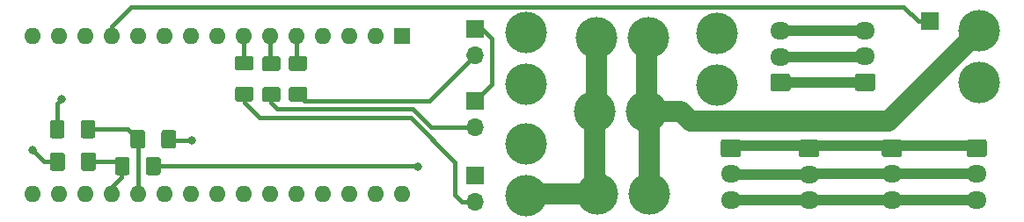
<source format=gbr>
G04 #@! TF.GenerationSoftware,KiCad,Pcbnew,(5.1.2)-2*
G04 #@! TF.CreationDate,2020-01-25T22:11:55+00:00*
G04 #@! TF.ProjectId,rowing_steerting,726f7769-6e67-45f7-9374-65657274696e,rev?*
G04 #@! TF.SameCoordinates,Original*
G04 #@! TF.FileFunction,Copper,L1,Top*
G04 #@! TF.FilePolarity,Positive*
%FSLAX46Y46*%
G04 Gerber Fmt 4.6, Leading zero omitted, Abs format (unit mm)*
G04 Created by KiCad (PCBNEW (5.1.2)-2) date 2020-01-25 22:11:55*
%MOMM*%
%LPD*%
G04 APERTURE LIST*
%ADD10R,1.600000X1.600000*%
%ADD11O,1.600000X1.600000*%
%ADD12C,4.000000*%
%ADD13O,1.950000X1.700000*%
%ADD14C,0.100000*%
%ADD15C,1.700000*%
%ADD16R,1.700000X1.700000*%
%ADD17C,1.425000*%
%ADD18O,1.700000X1.700000*%
%ADD19C,0.800000*%
%ADD20C,0.400000*%
%ADD21C,2.000000*%
%ADD22C,0.300000*%
%ADD23C,1.000000*%
G04 APERTURE END LIST*
D10*
X41079420Y-3289300D03*
D11*
X8059420Y-18529300D03*
X38539420Y-3289300D03*
X10599420Y-18529300D03*
X35999420Y-3289300D03*
X13139420Y-18529300D03*
X33459420Y-3289300D03*
X15679420Y-18529300D03*
X30919420Y-3289300D03*
X18219420Y-18529300D03*
X28379420Y-3289300D03*
X20759420Y-18529300D03*
X25839420Y-3289300D03*
X23299420Y-18529300D03*
X23299420Y-3289300D03*
X25839420Y-18529300D03*
X20759420Y-3289300D03*
X28379420Y-18529300D03*
X18219420Y-3289300D03*
X30919420Y-18529300D03*
X15679420Y-3289300D03*
X33459420Y-18529300D03*
X13139420Y-3289300D03*
X35999420Y-18529300D03*
X10599420Y-3289300D03*
X38539420Y-18529300D03*
X8059420Y-3289300D03*
X41079420Y-18529300D03*
X5519420Y-3289300D03*
X5519420Y-18529300D03*
D12*
X71356220Y-3024500D03*
X71356220Y-8024500D03*
X64874780Y-18559780D03*
X59874780Y-18559780D03*
X59592840Y-10612120D03*
X64592840Y-10612120D03*
X64745240Y-3431540D03*
X59745240Y-3431540D03*
X96608900Y-2798440D03*
X96608900Y-7798440D03*
D13*
X77472540Y-2795260D03*
X77472540Y-5295260D03*
D14*
G36*
X78222044Y-6946464D02*
G01*
X78246313Y-6950064D01*
X78270111Y-6956025D01*
X78293211Y-6964290D01*
X78315389Y-6974780D01*
X78336433Y-6987393D01*
X78356138Y-7002007D01*
X78374317Y-7018483D01*
X78390793Y-7036662D01*
X78405407Y-7056367D01*
X78418020Y-7077411D01*
X78428510Y-7099589D01*
X78436775Y-7122689D01*
X78442736Y-7146487D01*
X78446336Y-7170756D01*
X78447540Y-7195260D01*
X78447540Y-8395260D01*
X78446336Y-8419764D01*
X78442736Y-8444033D01*
X78436775Y-8467831D01*
X78428510Y-8490931D01*
X78418020Y-8513109D01*
X78405407Y-8534153D01*
X78390793Y-8553858D01*
X78374317Y-8572037D01*
X78356138Y-8588513D01*
X78336433Y-8603127D01*
X78315389Y-8615740D01*
X78293211Y-8626230D01*
X78270111Y-8634495D01*
X78246313Y-8640456D01*
X78222044Y-8644056D01*
X78197540Y-8645260D01*
X76747540Y-8645260D01*
X76723036Y-8644056D01*
X76698767Y-8640456D01*
X76674969Y-8634495D01*
X76651869Y-8626230D01*
X76629691Y-8615740D01*
X76608647Y-8603127D01*
X76588942Y-8588513D01*
X76570763Y-8572037D01*
X76554287Y-8553858D01*
X76539673Y-8534153D01*
X76527060Y-8513109D01*
X76516570Y-8490931D01*
X76508305Y-8467831D01*
X76502344Y-8444033D01*
X76498744Y-8419764D01*
X76497540Y-8395260D01*
X76497540Y-7195260D01*
X76498744Y-7170756D01*
X76502344Y-7146487D01*
X76508305Y-7122689D01*
X76516570Y-7099589D01*
X76527060Y-7077411D01*
X76539673Y-7056367D01*
X76554287Y-7036662D01*
X76570763Y-7018483D01*
X76588942Y-7002007D01*
X76608647Y-6987393D01*
X76629691Y-6974780D01*
X76651869Y-6964290D01*
X76674969Y-6956025D01*
X76698767Y-6950064D01*
X76723036Y-6946464D01*
X76747540Y-6945260D01*
X78197540Y-6945260D01*
X78222044Y-6946464D01*
X78222044Y-6946464D01*
G37*
D15*
X77472540Y-7795260D03*
D14*
G36*
X88968784Y-13273604D02*
G01*
X88993053Y-13277204D01*
X89016851Y-13283165D01*
X89039951Y-13291430D01*
X89062129Y-13301920D01*
X89083173Y-13314533D01*
X89102878Y-13329147D01*
X89121057Y-13345623D01*
X89137533Y-13363802D01*
X89152147Y-13383507D01*
X89164760Y-13404551D01*
X89175250Y-13426729D01*
X89183515Y-13449829D01*
X89189476Y-13473627D01*
X89193076Y-13497896D01*
X89194280Y-13522400D01*
X89194280Y-14722400D01*
X89193076Y-14746904D01*
X89189476Y-14771173D01*
X89183515Y-14794971D01*
X89175250Y-14818071D01*
X89164760Y-14840249D01*
X89152147Y-14861293D01*
X89137533Y-14880998D01*
X89121057Y-14899177D01*
X89102878Y-14915653D01*
X89083173Y-14930267D01*
X89062129Y-14942880D01*
X89039951Y-14953370D01*
X89016851Y-14961635D01*
X88993053Y-14967596D01*
X88968784Y-14971196D01*
X88944280Y-14972400D01*
X87494280Y-14972400D01*
X87469776Y-14971196D01*
X87445507Y-14967596D01*
X87421709Y-14961635D01*
X87398609Y-14953370D01*
X87376431Y-14942880D01*
X87355387Y-14930267D01*
X87335682Y-14915653D01*
X87317503Y-14899177D01*
X87301027Y-14880998D01*
X87286413Y-14861293D01*
X87273800Y-14840249D01*
X87263310Y-14818071D01*
X87255045Y-14794971D01*
X87249084Y-14771173D01*
X87245484Y-14746904D01*
X87244280Y-14722400D01*
X87244280Y-13522400D01*
X87245484Y-13497896D01*
X87249084Y-13473627D01*
X87255045Y-13449829D01*
X87263310Y-13426729D01*
X87273800Y-13404551D01*
X87286413Y-13383507D01*
X87301027Y-13363802D01*
X87317503Y-13345623D01*
X87335682Y-13329147D01*
X87355387Y-13314533D01*
X87376431Y-13301920D01*
X87398609Y-13291430D01*
X87421709Y-13283165D01*
X87445507Y-13277204D01*
X87469776Y-13273604D01*
X87494280Y-13272400D01*
X88944280Y-13272400D01*
X88968784Y-13273604D01*
X88968784Y-13273604D01*
G37*
D15*
X88219280Y-14122400D03*
D13*
X88219280Y-16622400D03*
X88219280Y-19122400D03*
D14*
G36*
X86375444Y-6910904D02*
G01*
X86399713Y-6914504D01*
X86423511Y-6920465D01*
X86446611Y-6928730D01*
X86468789Y-6939220D01*
X86489833Y-6951833D01*
X86509538Y-6966447D01*
X86527717Y-6982923D01*
X86544193Y-7001102D01*
X86558807Y-7020807D01*
X86571420Y-7041851D01*
X86581910Y-7064029D01*
X86590175Y-7087129D01*
X86596136Y-7110927D01*
X86599736Y-7135196D01*
X86600940Y-7159700D01*
X86600940Y-8359700D01*
X86599736Y-8384204D01*
X86596136Y-8408473D01*
X86590175Y-8432271D01*
X86581910Y-8455371D01*
X86571420Y-8477549D01*
X86558807Y-8498593D01*
X86544193Y-8518298D01*
X86527717Y-8536477D01*
X86509538Y-8552953D01*
X86489833Y-8567567D01*
X86468789Y-8580180D01*
X86446611Y-8590670D01*
X86423511Y-8598935D01*
X86399713Y-8604896D01*
X86375444Y-8608496D01*
X86350940Y-8609700D01*
X84900940Y-8609700D01*
X84876436Y-8608496D01*
X84852167Y-8604896D01*
X84828369Y-8598935D01*
X84805269Y-8590670D01*
X84783091Y-8580180D01*
X84762047Y-8567567D01*
X84742342Y-8552953D01*
X84724163Y-8536477D01*
X84707687Y-8518298D01*
X84693073Y-8498593D01*
X84680460Y-8477549D01*
X84669970Y-8455371D01*
X84661705Y-8432271D01*
X84655744Y-8408473D01*
X84652144Y-8384204D01*
X84650940Y-8359700D01*
X84650940Y-7159700D01*
X84652144Y-7135196D01*
X84655744Y-7110927D01*
X84661705Y-7087129D01*
X84669970Y-7064029D01*
X84680460Y-7041851D01*
X84693073Y-7020807D01*
X84707687Y-7001102D01*
X84724163Y-6982923D01*
X84742342Y-6966447D01*
X84762047Y-6951833D01*
X84783091Y-6939220D01*
X84805269Y-6928730D01*
X84828369Y-6920465D01*
X84852167Y-6914504D01*
X84876436Y-6910904D01*
X84900940Y-6909700D01*
X86350940Y-6909700D01*
X86375444Y-6910904D01*
X86375444Y-6910904D01*
G37*
D15*
X85625940Y-7759700D03*
D13*
X85625940Y-5259700D03*
X85625940Y-2759700D03*
X72702420Y-19132560D03*
X72702420Y-16632560D03*
D14*
G36*
X73451924Y-13283764D02*
G01*
X73476193Y-13287364D01*
X73499991Y-13293325D01*
X73523091Y-13301590D01*
X73545269Y-13312080D01*
X73566313Y-13324693D01*
X73586018Y-13339307D01*
X73604197Y-13355783D01*
X73620673Y-13373962D01*
X73635287Y-13393667D01*
X73647900Y-13414711D01*
X73658390Y-13436889D01*
X73666655Y-13459989D01*
X73672616Y-13483787D01*
X73676216Y-13508056D01*
X73677420Y-13532560D01*
X73677420Y-14732560D01*
X73676216Y-14757064D01*
X73672616Y-14781333D01*
X73666655Y-14805131D01*
X73658390Y-14828231D01*
X73647900Y-14850409D01*
X73635287Y-14871453D01*
X73620673Y-14891158D01*
X73604197Y-14909337D01*
X73586018Y-14925813D01*
X73566313Y-14940427D01*
X73545269Y-14953040D01*
X73523091Y-14963530D01*
X73499991Y-14971795D01*
X73476193Y-14977756D01*
X73451924Y-14981356D01*
X73427420Y-14982560D01*
X71977420Y-14982560D01*
X71952916Y-14981356D01*
X71928647Y-14977756D01*
X71904849Y-14971795D01*
X71881749Y-14963530D01*
X71859571Y-14953040D01*
X71838527Y-14940427D01*
X71818822Y-14925813D01*
X71800643Y-14909337D01*
X71784167Y-14891158D01*
X71769553Y-14871453D01*
X71756940Y-14850409D01*
X71746450Y-14828231D01*
X71738185Y-14805131D01*
X71732224Y-14781333D01*
X71728624Y-14757064D01*
X71727420Y-14732560D01*
X71727420Y-13532560D01*
X71728624Y-13508056D01*
X71732224Y-13483787D01*
X71738185Y-13459989D01*
X71746450Y-13436889D01*
X71756940Y-13414711D01*
X71769553Y-13393667D01*
X71784167Y-13373962D01*
X71800643Y-13355783D01*
X71818822Y-13339307D01*
X71838527Y-13324693D01*
X71859571Y-13312080D01*
X71881749Y-13301590D01*
X71904849Y-13293325D01*
X71928647Y-13287364D01*
X71952916Y-13283764D01*
X71977420Y-13282560D01*
X73427420Y-13282560D01*
X73451924Y-13283764D01*
X73451924Y-13283764D01*
G37*
D15*
X72702420Y-14132560D03*
D14*
G36*
X80993184Y-13309164D02*
G01*
X81017453Y-13312764D01*
X81041251Y-13318725D01*
X81064351Y-13326990D01*
X81086529Y-13337480D01*
X81107573Y-13350093D01*
X81127278Y-13364707D01*
X81145457Y-13381183D01*
X81161933Y-13399362D01*
X81176547Y-13419067D01*
X81189160Y-13440111D01*
X81199650Y-13462289D01*
X81207915Y-13485389D01*
X81213876Y-13509187D01*
X81217476Y-13533456D01*
X81218680Y-13557960D01*
X81218680Y-14757960D01*
X81217476Y-14782464D01*
X81213876Y-14806733D01*
X81207915Y-14830531D01*
X81199650Y-14853631D01*
X81189160Y-14875809D01*
X81176547Y-14896853D01*
X81161933Y-14916558D01*
X81145457Y-14934737D01*
X81127278Y-14951213D01*
X81107573Y-14965827D01*
X81086529Y-14978440D01*
X81064351Y-14988930D01*
X81041251Y-14997195D01*
X81017453Y-15003156D01*
X80993184Y-15006756D01*
X80968680Y-15007960D01*
X79518680Y-15007960D01*
X79494176Y-15006756D01*
X79469907Y-15003156D01*
X79446109Y-14997195D01*
X79423009Y-14988930D01*
X79400831Y-14978440D01*
X79379787Y-14965827D01*
X79360082Y-14951213D01*
X79341903Y-14934737D01*
X79325427Y-14916558D01*
X79310813Y-14896853D01*
X79298200Y-14875809D01*
X79287710Y-14853631D01*
X79279445Y-14830531D01*
X79273484Y-14806733D01*
X79269884Y-14782464D01*
X79268680Y-14757960D01*
X79268680Y-13557960D01*
X79269884Y-13533456D01*
X79273484Y-13509187D01*
X79279445Y-13485389D01*
X79287710Y-13462289D01*
X79298200Y-13440111D01*
X79310813Y-13419067D01*
X79325427Y-13399362D01*
X79341903Y-13381183D01*
X79360082Y-13364707D01*
X79379787Y-13350093D01*
X79400831Y-13337480D01*
X79423009Y-13326990D01*
X79446109Y-13318725D01*
X79469907Y-13312764D01*
X79494176Y-13309164D01*
X79518680Y-13307960D01*
X80968680Y-13307960D01*
X80993184Y-13309164D01*
X80993184Y-13309164D01*
G37*
D15*
X80243680Y-14157960D03*
D13*
X80243680Y-16657960D03*
X80243680Y-19157960D03*
X96372680Y-19122400D03*
X96372680Y-16622400D03*
D14*
G36*
X97122184Y-13273604D02*
G01*
X97146453Y-13277204D01*
X97170251Y-13283165D01*
X97193351Y-13291430D01*
X97215529Y-13301920D01*
X97236573Y-13314533D01*
X97256278Y-13329147D01*
X97274457Y-13345623D01*
X97290933Y-13363802D01*
X97305547Y-13383507D01*
X97318160Y-13404551D01*
X97328650Y-13426729D01*
X97336915Y-13449829D01*
X97342876Y-13473627D01*
X97346476Y-13497896D01*
X97347680Y-13522400D01*
X97347680Y-14722400D01*
X97346476Y-14746904D01*
X97342876Y-14771173D01*
X97336915Y-14794971D01*
X97328650Y-14818071D01*
X97318160Y-14840249D01*
X97305547Y-14861293D01*
X97290933Y-14880998D01*
X97274457Y-14899177D01*
X97256278Y-14915653D01*
X97236573Y-14930267D01*
X97215529Y-14942880D01*
X97193351Y-14953370D01*
X97170251Y-14961635D01*
X97146453Y-14967596D01*
X97122184Y-14971196D01*
X97097680Y-14972400D01*
X95647680Y-14972400D01*
X95623176Y-14971196D01*
X95598907Y-14967596D01*
X95575109Y-14961635D01*
X95552009Y-14953370D01*
X95529831Y-14942880D01*
X95508787Y-14930267D01*
X95489082Y-14915653D01*
X95470903Y-14899177D01*
X95454427Y-14880998D01*
X95439813Y-14861293D01*
X95427200Y-14840249D01*
X95416710Y-14818071D01*
X95408445Y-14794971D01*
X95402484Y-14771173D01*
X95398884Y-14746904D01*
X95397680Y-14722400D01*
X95397680Y-13522400D01*
X95398884Y-13497896D01*
X95402484Y-13473627D01*
X95408445Y-13449829D01*
X95416710Y-13426729D01*
X95427200Y-13404551D01*
X95439813Y-13383507D01*
X95454427Y-13363802D01*
X95470903Y-13345623D01*
X95489082Y-13329147D01*
X95508787Y-13314533D01*
X95529831Y-13301920D01*
X95552009Y-13291430D01*
X95575109Y-13283165D01*
X95598907Y-13277204D01*
X95623176Y-13273604D01*
X95647680Y-13272400D01*
X97097680Y-13272400D01*
X97122184Y-13273604D01*
X97122184Y-13273604D01*
G37*
D15*
X96372680Y-14122400D03*
D16*
X91889580Y-1894840D03*
D14*
G36*
X19099184Y-12390084D02*
G01*
X19123453Y-12393684D01*
X19147251Y-12399645D01*
X19170351Y-12407910D01*
X19192529Y-12418400D01*
X19213573Y-12431013D01*
X19233278Y-12445627D01*
X19251457Y-12462103D01*
X19267933Y-12480282D01*
X19282547Y-12499987D01*
X19295160Y-12521031D01*
X19305650Y-12543209D01*
X19313915Y-12566309D01*
X19319876Y-12590107D01*
X19323476Y-12614376D01*
X19324680Y-12638880D01*
X19324680Y-13888880D01*
X19323476Y-13913384D01*
X19319876Y-13937653D01*
X19313915Y-13961451D01*
X19305650Y-13984551D01*
X19295160Y-14006729D01*
X19282547Y-14027773D01*
X19267933Y-14047478D01*
X19251457Y-14065657D01*
X19233278Y-14082133D01*
X19213573Y-14096747D01*
X19192529Y-14109360D01*
X19170351Y-14119850D01*
X19147251Y-14128115D01*
X19123453Y-14134076D01*
X19099184Y-14137676D01*
X19074680Y-14138880D01*
X18149680Y-14138880D01*
X18125176Y-14137676D01*
X18100907Y-14134076D01*
X18077109Y-14128115D01*
X18054009Y-14119850D01*
X18031831Y-14109360D01*
X18010787Y-14096747D01*
X17991082Y-14082133D01*
X17972903Y-14065657D01*
X17956427Y-14047478D01*
X17941813Y-14027773D01*
X17929200Y-14006729D01*
X17918710Y-13984551D01*
X17910445Y-13961451D01*
X17904484Y-13937653D01*
X17900884Y-13913384D01*
X17899680Y-13888880D01*
X17899680Y-12638880D01*
X17900884Y-12614376D01*
X17904484Y-12590107D01*
X17910445Y-12566309D01*
X17918710Y-12543209D01*
X17929200Y-12521031D01*
X17941813Y-12499987D01*
X17956427Y-12480282D01*
X17972903Y-12462103D01*
X17991082Y-12445627D01*
X18010787Y-12431013D01*
X18031831Y-12418400D01*
X18054009Y-12407910D01*
X18077109Y-12399645D01*
X18100907Y-12393684D01*
X18125176Y-12390084D01*
X18149680Y-12388880D01*
X19074680Y-12388880D01*
X19099184Y-12390084D01*
X19099184Y-12390084D01*
G37*
D17*
X18612180Y-13263880D03*
D14*
G36*
X16124184Y-12390084D02*
G01*
X16148453Y-12393684D01*
X16172251Y-12399645D01*
X16195351Y-12407910D01*
X16217529Y-12418400D01*
X16238573Y-12431013D01*
X16258278Y-12445627D01*
X16276457Y-12462103D01*
X16292933Y-12480282D01*
X16307547Y-12499987D01*
X16320160Y-12521031D01*
X16330650Y-12543209D01*
X16338915Y-12566309D01*
X16344876Y-12590107D01*
X16348476Y-12614376D01*
X16349680Y-12638880D01*
X16349680Y-13888880D01*
X16348476Y-13913384D01*
X16344876Y-13937653D01*
X16338915Y-13961451D01*
X16330650Y-13984551D01*
X16320160Y-14006729D01*
X16307547Y-14027773D01*
X16292933Y-14047478D01*
X16276457Y-14065657D01*
X16258278Y-14082133D01*
X16238573Y-14096747D01*
X16217529Y-14109360D01*
X16195351Y-14119850D01*
X16172251Y-14128115D01*
X16148453Y-14134076D01*
X16124184Y-14137676D01*
X16099680Y-14138880D01*
X15174680Y-14138880D01*
X15150176Y-14137676D01*
X15125907Y-14134076D01*
X15102109Y-14128115D01*
X15079009Y-14119850D01*
X15056831Y-14109360D01*
X15035787Y-14096747D01*
X15016082Y-14082133D01*
X14997903Y-14065657D01*
X14981427Y-14047478D01*
X14966813Y-14027773D01*
X14954200Y-14006729D01*
X14943710Y-13984551D01*
X14935445Y-13961451D01*
X14929484Y-13937653D01*
X14925884Y-13913384D01*
X14924680Y-13888880D01*
X14924680Y-12638880D01*
X14925884Y-12614376D01*
X14929484Y-12590107D01*
X14935445Y-12566309D01*
X14943710Y-12543209D01*
X14954200Y-12521031D01*
X14966813Y-12499987D01*
X14981427Y-12480282D01*
X14997903Y-12462103D01*
X15016082Y-12445627D01*
X15035787Y-12431013D01*
X15056831Y-12418400D01*
X15079009Y-12407910D01*
X15102109Y-12399645D01*
X15125907Y-12393684D01*
X15150176Y-12390084D01*
X15174680Y-12388880D01*
X16099680Y-12388880D01*
X16124184Y-12390084D01*
X16124184Y-12390084D01*
G37*
D17*
X15637180Y-13263880D03*
D14*
G36*
X8356864Y-11422344D02*
G01*
X8381133Y-11425944D01*
X8404931Y-11431905D01*
X8428031Y-11440170D01*
X8450209Y-11450660D01*
X8471253Y-11463273D01*
X8490958Y-11477887D01*
X8509137Y-11494363D01*
X8525613Y-11512542D01*
X8540227Y-11532247D01*
X8552840Y-11553291D01*
X8563330Y-11575469D01*
X8571595Y-11598569D01*
X8577556Y-11622367D01*
X8581156Y-11646636D01*
X8582360Y-11671140D01*
X8582360Y-12921140D01*
X8581156Y-12945644D01*
X8577556Y-12969913D01*
X8571595Y-12993711D01*
X8563330Y-13016811D01*
X8552840Y-13038989D01*
X8540227Y-13060033D01*
X8525613Y-13079738D01*
X8509137Y-13097917D01*
X8490958Y-13114393D01*
X8471253Y-13129007D01*
X8450209Y-13141620D01*
X8428031Y-13152110D01*
X8404931Y-13160375D01*
X8381133Y-13166336D01*
X8356864Y-13169936D01*
X8332360Y-13171140D01*
X7407360Y-13171140D01*
X7382856Y-13169936D01*
X7358587Y-13166336D01*
X7334789Y-13160375D01*
X7311689Y-13152110D01*
X7289511Y-13141620D01*
X7268467Y-13129007D01*
X7248762Y-13114393D01*
X7230583Y-13097917D01*
X7214107Y-13079738D01*
X7199493Y-13060033D01*
X7186880Y-13038989D01*
X7176390Y-13016811D01*
X7168125Y-12993711D01*
X7162164Y-12969913D01*
X7158564Y-12945644D01*
X7157360Y-12921140D01*
X7157360Y-11671140D01*
X7158564Y-11646636D01*
X7162164Y-11622367D01*
X7168125Y-11598569D01*
X7176390Y-11575469D01*
X7186880Y-11553291D01*
X7199493Y-11532247D01*
X7214107Y-11512542D01*
X7230583Y-11494363D01*
X7248762Y-11477887D01*
X7268467Y-11463273D01*
X7289511Y-11450660D01*
X7311689Y-11440170D01*
X7334789Y-11431905D01*
X7358587Y-11425944D01*
X7382856Y-11422344D01*
X7407360Y-11421140D01*
X8332360Y-11421140D01*
X8356864Y-11422344D01*
X8356864Y-11422344D01*
G37*
D17*
X7869860Y-12296140D03*
D14*
G36*
X11331864Y-11422344D02*
G01*
X11356133Y-11425944D01*
X11379931Y-11431905D01*
X11403031Y-11440170D01*
X11425209Y-11450660D01*
X11446253Y-11463273D01*
X11465958Y-11477887D01*
X11484137Y-11494363D01*
X11500613Y-11512542D01*
X11515227Y-11532247D01*
X11527840Y-11553291D01*
X11538330Y-11575469D01*
X11546595Y-11598569D01*
X11552556Y-11622367D01*
X11556156Y-11646636D01*
X11557360Y-11671140D01*
X11557360Y-12921140D01*
X11556156Y-12945644D01*
X11552556Y-12969913D01*
X11546595Y-12993711D01*
X11538330Y-13016811D01*
X11527840Y-13038989D01*
X11515227Y-13060033D01*
X11500613Y-13079738D01*
X11484137Y-13097917D01*
X11465958Y-13114393D01*
X11446253Y-13129007D01*
X11425209Y-13141620D01*
X11403031Y-13152110D01*
X11379931Y-13160375D01*
X11356133Y-13166336D01*
X11331864Y-13169936D01*
X11307360Y-13171140D01*
X10382360Y-13171140D01*
X10357856Y-13169936D01*
X10333587Y-13166336D01*
X10309789Y-13160375D01*
X10286689Y-13152110D01*
X10264511Y-13141620D01*
X10243467Y-13129007D01*
X10223762Y-13114393D01*
X10205583Y-13097917D01*
X10189107Y-13079738D01*
X10174493Y-13060033D01*
X10161880Y-13038989D01*
X10151390Y-13016811D01*
X10143125Y-12993711D01*
X10137164Y-12969913D01*
X10133564Y-12945644D01*
X10132360Y-12921140D01*
X10132360Y-11671140D01*
X10133564Y-11646636D01*
X10137164Y-11622367D01*
X10143125Y-11598569D01*
X10151390Y-11575469D01*
X10161880Y-11553291D01*
X10174493Y-11532247D01*
X10189107Y-11512542D01*
X10205583Y-11494363D01*
X10223762Y-11477887D01*
X10243467Y-11463273D01*
X10264511Y-11450660D01*
X10286689Y-11440170D01*
X10309789Y-11431905D01*
X10333587Y-11425944D01*
X10357856Y-11422344D01*
X10382360Y-11421140D01*
X11307360Y-11421140D01*
X11331864Y-11422344D01*
X11331864Y-11422344D01*
G37*
D17*
X10844860Y-12296140D03*
D14*
G36*
X14633204Y-14973264D02*
G01*
X14657473Y-14976864D01*
X14681271Y-14982825D01*
X14704371Y-14991090D01*
X14726549Y-15001580D01*
X14747593Y-15014193D01*
X14767298Y-15028807D01*
X14785477Y-15045283D01*
X14801953Y-15063462D01*
X14816567Y-15083167D01*
X14829180Y-15104211D01*
X14839670Y-15126389D01*
X14847935Y-15149489D01*
X14853896Y-15173287D01*
X14857496Y-15197556D01*
X14858700Y-15222060D01*
X14858700Y-16472060D01*
X14857496Y-16496564D01*
X14853896Y-16520833D01*
X14847935Y-16544631D01*
X14839670Y-16567731D01*
X14829180Y-16589909D01*
X14816567Y-16610953D01*
X14801953Y-16630658D01*
X14785477Y-16648837D01*
X14767298Y-16665313D01*
X14747593Y-16679927D01*
X14726549Y-16692540D01*
X14704371Y-16703030D01*
X14681271Y-16711295D01*
X14657473Y-16717256D01*
X14633204Y-16720856D01*
X14608700Y-16722060D01*
X13683700Y-16722060D01*
X13659196Y-16720856D01*
X13634927Y-16717256D01*
X13611129Y-16711295D01*
X13588029Y-16703030D01*
X13565851Y-16692540D01*
X13544807Y-16679927D01*
X13525102Y-16665313D01*
X13506923Y-16648837D01*
X13490447Y-16630658D01*
X13475833Y-16610953D01*
X13463220Y-16589909D01*
X13452730Y-16567731D01*
X13444465Y-16544631D01*
X13438504Y-16520833D01*
X13434904Y-16496564D01*
X13433700Y-16472060D01*
X13433700Y-15222060D01*
X13434904Y-15197556D01*
X13438504Y-15173287D01*
X13444465Y-15149489D01*
X13452730Y-15126389D01*
X13463220Y-15104211D01*
X13475833Y-15083167D01*
X13490447Y-15063462D01*
X13506923Y-15045283D01*
X13525102Y-15028807D01*
X13544807Y-15014193D01*
X13565851Y-15001580D01*
X13588029Y-14991090D01*
X13611129Y-14982825D01*
X13634927Y-14976864D01*
X13659196Y-14973264D01*
X13683700Y-14972060D01*
X14608700Y-14972060D01*
X14633204Y-14973264D01*
X14633204Y-14973264D01*
G37*
D17*
X14146200Y-15847060D03*
D14*
G36*
X17608204Y-14973264D02*
G01*
X17632473Y-14976864D01*
X17656271Y-14982825D01*
X17679371Y-14991090D01*
X17701549Y-15001580D01*
X17722593Y-15014193D01*
X17742298Y-15028807D01*
X17760477Y-15045283D01*
X17776953Y-15063462D01*
X17791567Y-15083167D01*
X17804180Y-15104211D01*
X17814670Y-15126389D01*
X17822935Y-15149489D01*
X17828896Y-15173287D01*
X17832496Y-15197556D01*
X17833700Y-15222060D01*
X17833700Y-16472060D01*
X17832496Y-16496564D01*
X17828896Y-16520833D01*
X17822935Y-16544631D01*
X17814670Y-16567731D01*
X17804180Y-16589909D01*
X17791567Y-16610953D01*
X17776953Y-16630658D01*
X17760477Y-16648837D01*
X17742298Y-16665313D01*
X17722593Y-16679927D01*
X17701549Y-16692540D01*
X17679371Y-16703030D01*
X17656271Y-16711295D01*
X17632473Y-16717256D01*
X17608204Y-16720856D01*
X17583700Y-16722060D01*
X16658700Y-16722060D01*
X16634196Y-16720856D01*
X16609927Y-16717256D01*
X16586129Y-16711295D01*
X16563029Y-16703030D01*
X16540851Y-16692540D01*
X16519807Y-16679927D01*
X16500102Y-16665313D01*
X16481923Y-16648837D01*
X16465447Y-16630658D01*
X16450833Y-16610953D01*
X16438220Y-16589909D01*
X16427730Y-16567731D01*
X16419465Y-16544631D01*
X16413504Y-16520833D01*
X16409904Y-16496564D01*
X16408700Y-16472060D01*
X16408700Y-15222060D01*
X16409904Y-15197556D01*
X16413504Y-15173287D01*
X16419465Y-15149489D01*
X16427730Y-15126389D01*
X16438220Y-15104211D01*
X16450833Y-15083167D01*
X16465447Y-15063462D01*
X16481923Y-15045283D01*
X16500102Y-15028807D01*
X16519807Y-15014193D01*
X16540851Y-15001580D01*
X16563029Y-14991090D01*
X16586129Y-14982825D01*
X16609927Y-14976864D01*
X16634196Y-14973264D01*
X16658700Y-14972060D01*
X17583700Y-14972060D01*
X17608204Y-14973264D01*
X17608204Y-14973264D01*
G37*
D17*
X17121200Y-15847060D03*
D14*
G36*
X11367424Y-14556704D02*
G01*
X11391693Y-14560304D01*
X11415491Y-14566265D01*
X11438591Y-14574530D01*
X11460769Y-14585020D01*
X11481813Y-14597633D01*
X11501518Y-14612247D01*
X11519697Y-14628723D01*
X11536173Y-14646902D01*
X11550787Y-14666607D01*
X11563400Y-14687651D01*
X11573890Y-14709829D01*
X11582155Y-14732929D01*
X11588116Y-14756727D01*
X11591716Y-14780996D01*
X11592920Y-14805500D01*
X11592920Y-16055500D01*
X11591716Y-16080004D01*
X11588116Y-16104273D01*
X11582155Y-16128071D01*
X11573890Y-16151171D01*
X11563400Y-16173349D01*
X11550787Y-16194393D01*
X11536173Y-16214098D01*
X11519697Y-16232277D01*
X11501518Y-16248753D01*
X11481813Y-16263367D01*
X11460769Y-16275980D01*
X11438591Y-16286470D01*
X11415491Y-16294735D01*
X11391693Y-16300696D01*
X11367424Y-16304296D01*
X11342920Y-16305500D01*
X10417920Y-16305500D01*
X10393416Y-16304296D01*
X10369147Y-16300696D01*
X10345349Y-16294735D01*
X10322249Y-16286470D01*
X10300071Y-16275980D01*
X10279027Y-16263367D01*
X10259322Y-16248753D01*
X10241143Y-16232277D01*
X10224667Y-16214098D01*
X10210053Y-16194393D01*
X10197440Y-16173349D01*
X10186950Y-16151171D01*
X10178685Y-16128071D01*
X10172724Y-16104273D01*
X10169124Y-16080004D01*
X10167920Y-16055500D01*
X10167920Y-14805500D01*
X10169124Y-14780996D01*
X10172724Y-14756727D01*
X10178685Y-14732929D01*
X10186950Y-14709829D01*
X10197440Y-14687651D01*
X10210053Y-14666607D01*
X10224667Y-14646902D01*
X10241143Y-14628723D01*
X10259322Y-14612247D01*
X10279027Y-14597633D01*
X10300071Y-14585020D01*
X10322249Y-14574530D01*
X10345349Y-14566265D01*
X10369147Y-14560304D01*
X10393416Y-14556704D01*
X10417920Y-14555500D01*
X11342920Y-14555500D01*
X11367424Y-14556704D01*
X11367424Y-14556704D01*
G37*
D17*
X10880420Y-15430500D03*
D14*
G36*
X8392424Y-14556704D02*
G01*
X8416693Y-14560304D01*
X8440491Y-14566265D01*
X8463591Y-14574530D01*
X8485769Y-14585020D01*
X8506813Y-14597633D01*
X8526518Y-14612247D01*
X8544697Y-14628723D01*
X8561173Y-14646902D01*
X8575787Y-14666607D01*
X8588400Y-14687651D01*
X8598890Y-14709829D01*
X8607155Y-14732929D01*
X8613116Y-14756727D01*
X8616716Y-14780996D01*
X8617920Y-14805500D01*
X8617920Y-16055500D01*
X8616716Y-16080004D01*
X8613116Y-16104273D01*
X8607155Y-16128071D01*
X8598890Y-16151171D01*
X8588400Y-16173349D01*
X8575787Y-16194393D01*
X8561173Y-16214098D01*
X8544697Y-16232277D01*
X8526518Y-16248753D01*
X8506813Y-16263367D01*
X8485769Y-16275980D01*
X8463591Y-16286470D01*
X8440491Y-16294735D01*
X8416693Y-16300696D01*
X8392424Y-16304296D01*
X8367920Y-16305500D01*
X7442920Y-16305500D01*
X7418416Y-16304296D01*
X7394147Y-16300696D01*
X7370349Y-16294735D01*
X7347249Y-16286470D01*
X7325071Y-16275980D01*
X7304027Y-16263367D01*
X7284322Y-16248753D01*
X7266143Y-16232277D01*
X7249667Y-16214098D01*
X7235053Y-16194393D01*
X7222440Y-16173349D01*
X7211950Y-16151171D01*
X7203685Y-16128071D01*
X7197724Y-16104273D01*
X7194124Y-16080004D01*
X7192920Y-16055500D01*
X7192920Y-14805500D01*
X7194124Y-14780996D01*
X7197724Y-14756727D01*
X7203685Y-14732929D01*
X7211950Y-14709829D01*
X7222440Y-14687651D01*
X7235053Y-14666607D01*
X7249667Y-14646902D01*
X7266143Y-14628723D01*
X7284322Y-14612247D01*
X7304027Y-14597633D01*
X7325071Y-14585020D01*
X7347249Y-14574530D01*
X7370349Y-14566265D01*
X7394147Y-14560304D01*
X7418416Y-14556704D01*
X7442920Y-14555500D01*
X8367920Y-14555500D01*
X8392424Y-14556704D01*
X8392424Y-14556704D01*
G37*
D17*
X7905420Y-15430500D03*
D12*
X53030120Y-13738220D03*
X53030120Y-18738220D03*
X53027580Y-2958460D03*
X53027580Y-7958460D03*
D14*
G36*
X31685764Y-8205704D02*
G01*
X31710033Y-8209304D01*
X31733831Y-8215265D01*
X31756931Y-8223530D01*
X31779109Y-8234020D01*
X31800153Y-8246633D01*
X31819858Y-8261247D01*
X31838037Y-8277723D01*
X31854513Y-8295902D01*
X31869127Y-8315607D01*
X31881740Y-8336651D01*
X31892230Y-8358829D01*
X31900495Y-8381929D01*
X31906456Y-8405727D01*
X31910056Y-8429996D01*
X31911260Y-8454500D01*
X31911260Y-9379500D01*
X31910056Y-9404004D01*
X31906456Y-9428273D01*
X31900495Y-9452071D01*
X31892230Y-9475171D01*
X31881740Y-9497349D01*
X31869127Y-9518393D01*
X31854513Y-9538098D01*
X31838037Y-9556277D01*
X31819858Y-9572753D01*
X31800153Y-9587367D01*
X31779109Y-9599980D01*
X31756931Y-9610470D01*
X31733831Y-9618735D01*
X31710033Y-9624696D01*
X31685764Y-9628296D01*
X31661260Y-9629500D01*
X30411260Y-9629500D01*
X30386756Y-9628296D01*
X30362487Y-9624696D01*
X30338689Y-9618735D01*
X30315589Y-9610470D01*
X30293411Y-9599980D01*
X30272367Y-9587367D01*
X30252662Y-9572753D01*
X30234483Y-9556277D01*
X30218007Y-9538098D01*
X30203393Y-9518393D01*
X30190780Y-9497349D01*
X30180290Y-9475171D01*
X30172025Y-9452071D01*
X30166064Y-9428273D01*
X30162464Y-9404004D01*
X30161260Y-9379500D01*
X30161260Y-8454500D01*
X30162464Y-8429996D01*
X30166064Y-8405727D01*
X30172025Y-8381929D01*
X30180290Y-8358829D01*
X30190780Y-8336651D01*
X30203393Y-8315607D01*
X30218007Y-8295902D01*
X30234483Y-8277723D01*
X30252662Y-8261247D01*
X30272367Y-8246633D01*
X30293411Y-8234020D01*
X30315589Y-8223530D01*
X30338689Y-8215265D01*
X30362487Y-8209304D01*
X30386756Y-8205704D01*
X30411260Y-8204500D01*
X31661260Y-8204500D01*
X31685764Y-8205704D01*
X31685764Y-8205704D01*
G37*
D17*
X31036260Y-8917000D03*
D14*
G36*
X31685764Y-5230704D02*
G01*
X31710033Y-5234304D01*
X31733831Y-5240265D01*
X31756931Y-5248530D01*
X31779109Y-5259020D01*
X31800153Y-5271633D01*
X31819858Y-5286247D01*
X31838037Y-5302723D01*
X31854513Y-5320902D01*
X31869127Y-5340607D01*
X31881740Y-5361651D01*
X31892230Y-5383829D01*
X31900495Y-5406929D01*
X31906456Y-5430727D01*
X31910056Y-5454996D01*
X31911260Y-5479500D01*
X31911260Y-6404500D01*
X31910056Y-6429004D01*
X31906456Y-6453273D01*
X31900495Y-6477071D01*
X31892230Y-6500171D01*
X31881740Y-6522349D01*
X31869127Y-6543393D01*
X31854513Y-6563098D01*
X31838037Y-6581277D01*
X31819858Y-6597753D01*
X31800153Y-6612367D01*
X31779109Y-6624980D01*
X31756931Y-6635470D01*
X31733831Y-6643735D01*
X31710033Y-6649696D01*
X31685764Y-6653296D01*
X31661260Y-6654500D01*
X30411260Y-6654500D01*
X30386756Y-6653296D01*
X30362487Y-6649696D01*
X30338689Y-6643735D01*
X30315589Y-6635470D01*
X30293411Y-6624980D01*
X30272367Y-6612367D01*
X30252662Y-6597753D01*
X30234483Y-6581277D01*
X30218007Y-6563098D01*
X30203393Y-6543393D01*
X30190780Y-6522349D01*
X30180290Y-6500171D01*
X30172025Y-6477071D01*
X30166064Y-6453273D01*
X30162464Y-6429004D01*
X30161260Y-6404500D01*
X30161260Y-5479500D01*
X30162464Y-5454996D01*
X30166064Y-5430727D01*
X30172025Y-5406929D01*
X30180290Y-5383829D01*
X30190780Y-5361651D01*
X30203393Y-5340607D01*
X30218007Y-5320902D01*
X30234483Y-5302723D01*
X30252662Y-5286247D01*
X30272367Y-5271633D01*
X30293411Y-5259020D01*
X30315589Y-5248530D01*
X30338689Y-5240265D01*
X30362487Y-5234304D01*
X30386756Y-5230704D01*
X30411260Y-5229500D01*
X31661260Y-5229500D01*
X31685764Y-5230704D01*
X31685764Y-5230704D01*
G37*
D17*
X31036260Y-5942000D03*
D14*
G36*
X29133064Y-5253564D02*
G01*
X29157333Y-5257164D01*
X29181131Y-5263125D01*
X29204231Y-5271390D01*
X29226409Y-5281880D01*
X29247453Y-5294493D01*
X29267158Y-5309107D01*
X29285337Y-5325583D01*
X29301813Y-5343762D01*
X29316427Y-5363467D01*
X29329040Y-5384511D01*
X29339530Y-5406689D01*
X29347795Y-5429789D01*
X29353756Y-5453587D01*
X29357356Y-5477856D01*
X29358560Y-5502360D01*
X29358560Y-6427360D01*
X29357356Y-6451864D01*
X29353756Y-6476133D01*
X29347795Y-6499931D01*
X29339530Y-6523031D01*
X29329040Y-6545209D01*
X29316427Y-6566253D01*
X29301813Y-6585958D01*
X29285337Y-6604137D01*
X29267158Y-6620613D01*
X29247453Y-6635227D01*
X29226409Y-6647840D01*
X29204231Y-6658330D01*
X29181131Y-6666595D01*
X29157333Y-6672556D01*
X29133064Y-6676156D01*
X29108560Y-6677360D01*
X27858560Y-6677360D01*
X27834056Y-6676156D01*
X27809787Y-6672556D01*
X27785989Y-6666595D01*
X27762889Y-6658330D01*
X27740711Y-6647840D01*
X27719667Y-6635227D01*
X27699962Y-6620613D01*
X27681783Y-6604137D01*
X27665307Y-6585958D01*
X27650693Y-6566253D01*
X27638080Y-6545209D01*
X27627590Y-6523031D01*
X27619325Y-6499931D01*
X27613364Y-6476133D01*
X27609764Y-6451864D01*
X27608560Y-6427360D01*
X27608560Y-5502360D01*
X27609764Y-5477856D01*
X27613364Y-5453587D01*
X27619325Y-5429789D01*
X27627590Y-5406689D01*
X27638080Y-5384511D01*
X27650693Y-5363467D01*
X27665307Y-5343762D01*
X27681783Y-5325583D01*
X27699962Y-5309107D01*
X27719667Y-5294493D01*
X27740711Y-5281880D01*
X27762889Y-5271390D01*
X27785989Y-5263125D01*
X27809787Y-5257164D01*
X27834056Y-5253564D01*
X27858560Y-5252360D01*
X29108560Y-5252360D01*
X29133064Y-5253564D01*
X29133064Y-5253564D01*
G37*
D17*
X28483560Y-5964860D03*
D14*
G36*
X29133064Y-8228564D02*
G01*
X29157333Y-8232164D01*
X29181131Y-8238125D01*
X29204231Y-8246390D01*
X29226409Y-8256880D01*
X29247453Y-8269493D01*
X29267158Y-8284107D01*
X29285337Y-8300583D01*
X29301813Y-8318762D01*
X29316427Y-8338467D01*
X29329040Y-8359511D01*
X29339530Y-8381689D01*
X29347795Y-8404789D01*
X29353756Y-8428587D01*
X29357356Y-8452856D01*
X29358560Y-8477360D01*
X29358560Y-9402360D01*
X29357356Y-9426864D01*
X29353756Y-9451133D01*
X29347795Y-9474931D01*
X29339530Y-9498031D01*
X29329040Y-9520209D01*
X29316427Y-9541253D01*
X29301813Y-9560958D01*
X29285337Y-9579137D01*
X29267158Y-9595613D01*
X29247453Y-9610227D01*
X29226409Y-9622840D01*
X29204231Y-9633330D01*
X29181131Y-9641595D01*
X29157333Y-9647556D01*
X29133064Y-9651156D01*
X29108560Y-9652360D01*
X27858560Y-9652360D01*
X27834056Y-9651156D01*
X27809787Y-9647556D01*
X27785989Y-9641595D01*
X27762889Y-9633330D01*
X27740711Y-9622840D01*
X27719667Y-9610227D01*
X27699962Y-9595613D01*
X27681783Y-9579137D01*
X27665307Y-9560958D01*
X27650693Y-9541253D01*
X27638080Y-9520209D01*
X27627590Y-9498031D01*
X27619325Y-9474931D01*
X27613364Y-9451133D01*
X27609764Y-9426864D01*
X27608560Y-9402360D01*
X27608560Y-8477360D01*
X27609764Y-8452856D01*
X27613364Y-8428587D01*
X27619325Y-8404789D01*
X27627590Y-8381689D01*
X27638080Y-8359511D01*
X27650693Y-8338467D01*
X27665307Y-8318762D01*
X27681783Y-8300583D01*
X27699962Y-8284107D01*
X27719667Y-8269493D01*
X27740711Y-8256880D01*
X27762889Y-8246390D01*
X27785989Y-8238125D01*
X27809787Y-8232164D01*
X27834056Y-8228564D01*
X27858560Y-8227360D01*
X29108560Y-8227360D01*
X29133064Y-8228564D01*
X29133064Y-8228564D01*
G37*
D17*
X28483560Y-8939860D03*
D14*
G36*
X26521944Y-5218004D02*
G01*
X26546213Y-5221604D01*
X26570011Y-5227565D01*
X26593111Y-5235830D01*
X26615289Y-5246320D01*
X26636333Y-5258933D01*
X26656038Y-5273547D01*
X26674217Y-5290023D01*
X26690693Y-5308202D01*
X26705307Y-5327907D01*
X26717920Y-5348951D01*
X26728410Y-5371129D01*
X26736675Y-5394229D01*
X26742636Y-5418027D01*
X26746236Y-5442296D01*
X26747440Y-5466800D01*
X26747440Y-6391800D01*
X26746236Y-6416304D01*
X26742636Y-6440573D01*
X26736675Y-6464371D01*
X26728410Y-6487471D01*
X26717920Y-6509649D01*
X26705307Y-6530693D01*
X26690693Y-6550398D01*
X26674217Y-6568577D01*
X26656038Y-6585053D01*
X26636333Y-6599667D01*
X26615289Y-6612280D01*
X26593111Y-6622770D01*
X26570011Y-6631035D01*
X26546213Y-6636996D01*
X26521944Y-6640596D01*
X26497440Y-6641800D01*
X25247440Y-6641800D01*
X25222936Y-6640596D01*
X25198667Y-6636996D01*
X25174869Y-6631035D01*
X25151769Y-6622770D01*
X25129591Y-6612280D01*
X25108547Y-6599667D01*
X25088842Y-6585053D01*
X25070663Y-6568577D01*
X25054187Y-6550398D01*
X25039573Y-6530693D01*
X25026960Y-6509649D01*
X25016470Y-6487471D01*
X25008205Y-6464371D01*
X25002244Y-6440573D01*
X24998644Y-6416304D01*
X24997440Y-6391800D01*
X24997440Y-5466800D01*
X24998644Y-5442296D01*
X25002244Y-5418027D01*
X25008205Y-5394229D01*
X25016470Y-5371129D01*
X25026960Y-5348951D01*
X25039573Y-5327907D01*
X25054187Y-5308202D01*
X25070663Y-5290023D01*
X25088842Y-5273547D01*
X25108547Y-5258933D01*
X25129591Y-5246320D01*
X25151769Y-5235830D01*
X25174869Y-5227565D01*
X25198667Y-5221604D01*
X25222936Y-5218004D01*
X25247440Y-5216800D01*
X26497440Y-5216800D01*
X26521944Y-5218004D01*
X26521944Y-5218004D01*
G37*
D17*
X25872440Y-5929300D03*
D14*
G36*
X26521944Y-8193004D02*
G01*
X26546213Y-8196604D01*
X26570011Y-8202565D01*
X26593111Y-8210830D01*
X26615289Y-8221320D01*
X26636333Y-8233933D01*
X26656038Y-8248547D01*
X26674217Y-8265023D01*
X26690693Y-8283202D01*
X26705307Y-8302907D01*
X26717920Y-8323951D01*
X26728410Y-8346129D01*
X26736675Y-8369229D01*
X26742636Y-8393027D01*
X26746236Y-8417296D01*
X26747440Y-8441800D01*
X26747440Y-9366800D01*
X26746236Y-9391304D01*
X26742636Y-9415573D01*
X26736675Y-9439371D01*
X26728410Y-9462471D01*
X26717920Y-9484649D01*
X26705307Y-9505693D01*
X26690693Y-9525398D01*
X26674217Y-9543577D01*
X26656038Y-9560053D01*
X26636333Y-9574667D01*
X26615289Y-9587280D01*
X26593111Y-9597770D01*
X26570011Y-9606035D01*
X26546213Y-9611996D01*
X26521944Y-9615596D01*
X26497440Y-9616800D01*
X25247440Y-9616800D01*
X25222936Y-9615596D01*
X25198667Y-9611996D01*
X25174869Y-9606035D01*
X25151769Y-9597770D01*
X25129591Y-9587280D01*
X25108547Y-9574667D01*
X25088842Y-9560053D01*
X25070663Y-9543577D01*
X25054187Y-9525398D01*
X25039573Y-9505693D01*
X25026960Y-9484649D01*
X25016470Y-9462471D01*
X25008205Y-9439371D01*
X25002244Y-9415573D01*
X24998644Y-9391304D01*
X24997440Y-9366800D01*
X24997440Y-8441800D01*
X24998644Y-8417296D01*
X25002244Y-8393027D01*
X25008205Y-8369229D01*
X25016470Y-8346129D01*
X25026960Y-8323951D01*
X25039573Y-8302907D01*
X25054187Y-8283202D01*
X25070663Y-8265023D01*
X25088842Y-8248547D01*
X25108547Y-8233933D01*
X25129591Y-8221320D01*
X25151769Y-8210830D01*
X25174869Y-8202565D01*
X25198667Y-8196604D01*
X25222936Y-8193004D01*
X25247440Y-8191800D01*
X26497440Y-8191800D01*
X26521944Y-8193004D01*
X26521944Y-8193004D01*
G37*
D17*
X25872440Y-8904300D03*
D18*
X48066960Y-5156200D03*
D16*
X48066960Y-2616200D03*
X48107600Y-9580880D03*
D18*
X48107600Y-12120880D03*
D16*
X48107600Y-16758920D03*
D18*
X48107600Y-19298920D03*
D19*
X8300720Y-9398000D03*
X5476240Y-14272260D03*
X20817840Y-13342620D03*
X42608500Y-15918180D03*
D20*
X13729640Y-15430500D02*
X14146200Y-15847060D01*
X10880420Y-15430500D02*
X13729640Y-15430500D01*
X13139420Y-17843500D02*
X13139420Y-18529300D01*
X14056360Y-16926560D02*
X13139420Y-17843500D01*
X14146200Y-15847060D02*
X14056360Y-15936900D01*
X14056360Y-15936900D02*
X14056360Y-16926560D01*
X7869860Y-12296140D02*
X7869860Y-9828860D01*
X7869860Y-9828860D02*
X8300720Y-9398000D01*
X6634480Y-15430500D02*
X5476240Y-14272260D01*
X7905420Y-15430500D02*
X6634480Y-15430500D01*
D21*
X64874780Y-10894060D02*
X64592840Y-10612120D01*
X64874780Y-18559780D02*
X64874780Y-10894060D01*
X64592840Y-3583940D02*
X64745240Y-3431540D01*
X64592840Y-10612120D02*
X64592840Y-3583940D01*
D20*
X49700180Y-7988300D02*
X48107600Y-9580880D01*
X49700180Y-3571240D02*
X49700180Y-7988300D01*
X48066960Y-2616200D02*
X48745140Y-2616200D01*
X48745140Y-2616200D02*
X49700180Y-3571240D01*
D21*
X87959560Y-11447780D02*
X96608900Y-2798440D01*
X67871340Y-10558780D02*
X68795900Y-11483340D01*
X64592840Y-10612120D02*
X64646180Y-10558780D01*
X64646180Y-10558780D02*
X67871340Y-10558780D01*
X87924000Y-11483340D02*
X87959560Y-11447780D01*
X68795900Y-11483340D02*
X87924000Y-11483340D01*
D20*
X15679420Y-13306120D02*
X15637180Y-13263880D01*
X15679420Y-18529300D02*
X15679420Y-13306120D01*
X14669440Y-12296140D02*
X15637180Y-13263880D01*
X10844860Y-12296140D02*
X14669440Y-12296140D01*
D22*
X30919420Y-5825160D02*
X31036260Y-5942000D01*
D20*
X30919420Y-3289300D02*
X30919420Y-5825160D01*
D22*
X28379420Y-5860720D02*
X28483560Y-5964860D01*
D20*
X28379420Y-3289300D02*
X28379420Y-5860720D01*
D22*
X25839420Y-5896280D02*
X25872440Y-5929300D01*
D20*
X25839420Y-3289300D02*
X25839420Y-5896280D01*
X90739580Y-1894840D02*
X91889580Y-1894840D01*
X89353199Y-508459D02*
X90739580Y-1894840D01*
X15000781Y-508459D02*
X89353199Y-508459D01*
X13139420Y-3289300D02*
X13139420Y-2369820D01*
X13139420Y-2369820D02*
X15000781Y-508459D01*
X20817840Y-13342620D02*
X18690920Y-13342620D01*
X18690920Y-13342620D02*
X18612180Y-13263880D01*
X43677840Y-9545320D02*
X48066960Y-5156200D01*
X31036260Y-8917000D02*
X31664580Y-9545320D01*
X31664580Y-9545320D02*
X43677840Y-9545320D01*
X43888660Y-12120880D02*
X48107600Y-12120880D01*
X28483560Y-9752360D02*
X29079160Y-10347960D01*
X28483560Y-8939860D02*
X28483560Y-9752360D01*
X29079160Y-10347960D02*
X42115740Y-10347960D01*
X42115740Y-10347960D02*
X43888660Y-12120880D01*
X25872440Y-8904300D02*
X25872440Y-9716800D01*
X46167040Y-18620740D02*
X46845220Y-19298920D01*
X46167040Y-15450820D02*
X46167040Y-18620740D01*
X41887140Y-11170920D02*
X46167040Y-15450820D01*
X25872440Y-9716800D02*
X27326560Y-11170920D01*
X27326560Y-11170920D02*
X41887140Y-11170920D01*
X46845220Y-19298920D02*
X48107600Y-19298920D01*
D21*
X53509540Y-19217640D02*
X53030120Y-18738220D01*
X59745240Y-10459720D02*
X59592840Y-10612120D01*
X59745240Y-3431540D02*
X59745240Y-10459720D01*
X59592840Y-18277840D02*
X59874780Y-18559780D01*
X59592840Y-10612120D02*
X59592840Y-18277840D01*
X59660780Y-18773780D02*
X59874780Y-18559780D01*
X53208560Y-18559780D02*
X53030120Y-18738220D01*
X59874780Y-18559780D02*
X53208560Y-18559780D01*
D20*
X17121200Y-15847060D02*
X42537380Y-15847060D01*
X42537380Y-15847060D02*
X42608500Y-15918180D01*
D22*
X85590380Y-2795260D02*
X85625940Y-2759700D01*
D23*
X77472540Y-2795260D02*
X85590380Y-2795260D01*
D22*
X85590380Y-5295260D02*
X85625940Y-5259700D01*
D23*
X77472540Y-5295260D02*
X85590380Y-5295260D01*
D22*
X85590380Y-7795260D02*
X85625940Y-7759700D01*
D23*
X77472540Y-7795260D02*
X85590380Y-7795260D01*
X89294280Y-13888720D02*
X96372680Y-13888720D01*
X88219280Y-13888720D02*
X89294280Y-13888720D01*
X88183720Y-13924280D02*
X88219280Y-13888720D01*
X80243680Y-13924280D02*
X88183720Y-13924280D01*
X72727820Y-13924280D02*
X72702420Y-13898880D01*
X80243680Y-13924280D02*
X72727820Y-13924280D01*
X89494280Y-16622400D02*
X96372680Y-16622400D01*
X88219280Y-16622400D02*
X89494280Y-16622400D01*
X80279240Y-16622400D02*
X80243680Y-16657960D01*
X88219280Y-16622400D02*
X80279240Y-16622400D01*
X72727820Y-16657960D02*
X72702420Y-16632560D01*
X80243680Y-16657960D02*
X72727820Y-16657960D01*
X88219280Y-19122400D02*
X96372680Y-19122400D01*
X88183720Y-19157960D02*
X88219280Y-19122400D01*
X80243680Y-19157960D02*
X88183720Y-19157960D01*
X72727820Y-19157960D02*
X72702420Y-19132560D01*
X80243680Y-19157960D02*
X72727820Y-19157960D01*
M02*

</source>
